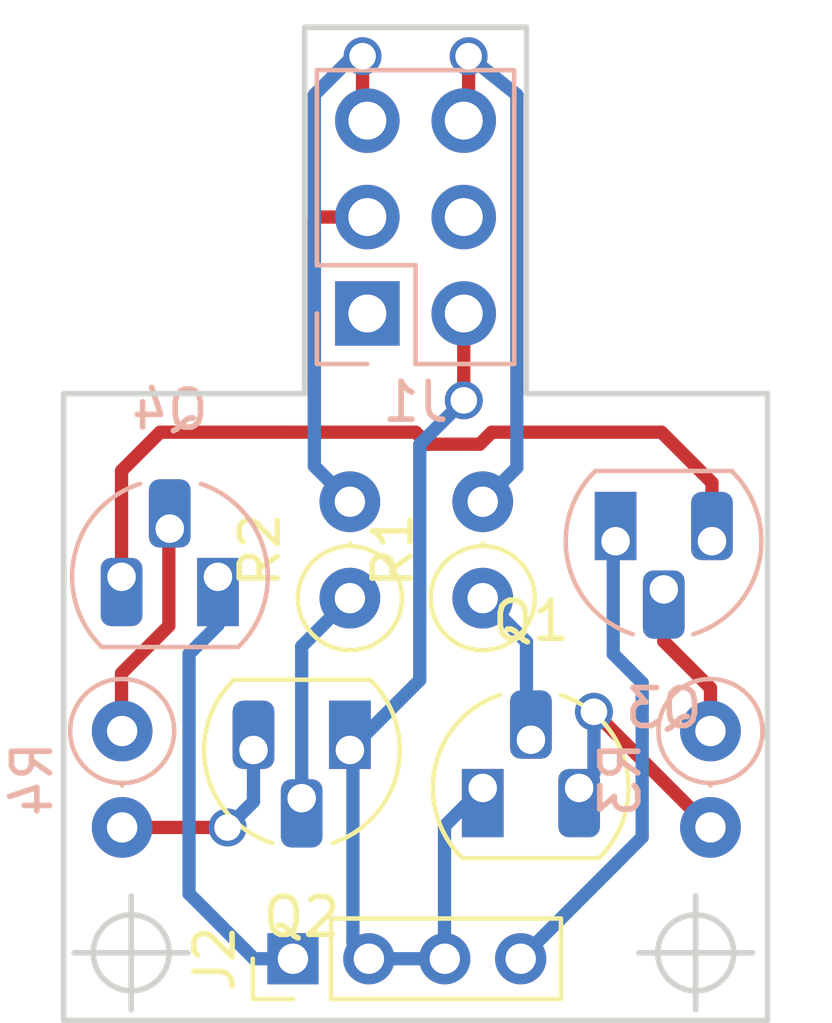
<source format=kicad_pcb>
(kicad_pcb (version 20171130) (host pcbnew "(5.0.0-rc2-58-gfc71fc647)")

  (general
    (thickness 1.5)
    (drawings 11)
    (tracks 76)
    (zones 0)
    (modules 10)
    (nets 15)
  )

  (page User 150.012 150.012)
  (title_block
    (title "5V RAMPS FAN PWM")
    (date 2019-04-22)
    (rev 1.0.0)
  )

  (layers
    (0 F.Cu signal)
    (31 B.Cu signal)
    (34 B.Paste user)
    (35 F.Paste user)
    (36 B.SilkS user)
    (37 F.SilkS user hide)
    (38 B.Mask user)
    (39 F.Mask user hide)
    (44 Edge.Cuts user)
    (45 Margin user)
    (46 B.CrtYd user)
    (47 F.CrtYd user)
    (48 B.Fab user)
    (49 F.Fab user hide)
  )

  (setup
    (last_trace_width 0.35)
    (trace_clearance 0.2)
    (zone_clearance 0.508)
    (zone_45_only no)
    (trace_min 0.2)
    (segment_width 0.2)
    (edge_width 0.15)
    (via_size 1)
    (via_drill 0.7)
    (via_min_size 0.4)
    (via_min_drill 0.3)
    (uvia_size 0.3)
    (uvia_drill 0.1)
    (uvias_allowed no)
    (uvia_min_size 0.2)
    (uvia_min_drill 0.1)
    (pcb_text_width 0.3)
    (pcb_text_size 1.5 1.5)
    (mod_edge_width 0.15)
    (mod_text_size 1 1)
    (mod_text_width 0.15)
    (pad_size 1.1 1.8)
    (pad_drill 0.75)
    (pad_to_mask_clearance 0.2)
    (aux_axis_origin 0 0)
    (visible_elements FFFFFF7F)
    (pcbplotparams
      (layerselection 0x00000_7fffffff)
      (usegerberextensions false)
      (usegerberattributes false)
      (usegerberadvancedattributes false)
      (creategerberjobfile false)
      (excludeedgelayer true)
      (linewidth 0.100000)
      (plotframeref true)
      (viasonmask false)
      (mode 1)
      (useauxorigin false)
      (hpglpennumber 1)
      (hpglpenspeed 20)
      (hpglpendiameter 15.000000)
      (psnegative false)
      (psa4output false)
      (plotreference true)
      (plotvalue true)
      (plotinvisibletext false)
      (padsonsilk false)
      (subtractmaskfromsilk false)
      (outputformat 4)
      (mirror true)
      (drillshape 1)
      (scaleselection 1)
      (outputdirectory ""))
  )

  (net 0 "")
  (net 1 "Net-(Q1-Pad2)")
  (net 2 "Net-(J1-Pad6)")
  (net 3 "Net-(J1-Pad5)")
  (net 4 "Net-(Q2-Pad2)")
  (net 5 "Net-(Q3-Pad2)")
  (net 6 "Net-(Q1-Pad3)")
  (net 7 "Net-(Q2-Pad3)")
  (net 8 "Net-(Q4-Pad2)")
  (net 9 "Net-(J1-Pad2)")
  (net 10 "Net-(J1-Pad3)")
  (net 11 "Net-(J2-Pad4)")
  (net 12 "Net-(J2-Pad1)")
  (net 13 "Net-(J1-Pad1)")
  (net 14 "Net-(J1-Pad4)")

  (net_class Default "This is the default net class."
    (clearance 0.2)
    (trace_width 0.35)
    (via_dia 1)
    (via_drill 0.7)
    (uvia_dia 0.3)
    (uvia_drill 0.1)
    (add_net "Net-(J1-Pad1)")
    (add_net "Net-(J1-Pad2)")
    (add_net "Net-(J1-Pad3)")
    (add_net "Net-(J1-Pad4)")
    (add_net "Net-(J1-Pad5)")
    (add_net "Net-(J1-Pad6)")
    (add_net "Net-(J2-Pad1)")
    (add_net "Net-(J2-Pad4)")
    (add_net "Net-(Q1-Pad2)")
    (add_net "Net-(Q1-Pad3)")
    (add_net "Net-(Q2-Pad2)")
    (add_net "Net-(Q2-Pad3)")
    (add_net "Net-(Q3-Pad2)")
    (add_net "Net-(Q4-Pad2)")
  )

  (module Package_TO_SOT_THT:TO-92_HandSolder (layer B.Cu) (tedit 5A282C46) (tstamp 5CBF4460)
    (at 68.326 64.008 180)
    (descr "TO-92 leads molded, narrow, drill 0.75mm, handsoldering variant with enlarged pads (see NXP sot054_po.pdf)")
    (tags "to-92 sc-43 sc-43a sot54 PA33 transistor")
    (path /5CBE074C)
    (fp_text reference Q4 (at 1.27 4.4 180) (layer B.SilkS)
      (effects (font (size 1 1) (thickness 0.15)) (justify mirror))
    )
    (fp_text value 2N3906 (at 1.27 -2.79 180) (layer B.Fab)
      (effects (font (size 1 1) (thickness 0.15)) (justify mirror))
    )
    (fp_text user %R (at 1.27 4.4 180) (layer B.Fab)
      (effects (font (size 1 1) (thickness 0.15)) (justify mirror))
    )
    (fp_line (start -0.53 -1.85) (end 3.07 -1.85) (layer B.SilkS) (width 0.12))
    (fp_line (start -0.5 -1.75) (end 3 -1.75) (layer B.Fab) (width 0.1))
    (fp_line (start -1.46 3.05) (end 4 3.05) (layer B.CrtYd) (width 0.05))
    (fp_line (start -1.45 3.05) (end -1.46 -2.01) (layer B.CrtYd) (width 0.05))
    (fp_line (start 4 -2.01) (end 4 3.05) (layer B.CrtYd) (width 0.05))
    (fp_line (start 4 -2.01) (end -1.46 -2.01) (layer B.CrtYd) (width 0.05))
    (fp_arc (start 1.27 0) (end 1.27 2.48) (angle -135) (layer B.Fab) (width 0.1))
    (fp_arc (start 1.27 0) (end 0.45 2.45) (angle 116.9632683) (layer B.SilkS) (width 0.12))
    (fp_arc (start 1.27 0) (end 1.27 2.48) (angle 135) (layer B.Fab) (width 0.1))
    (fp_arc (start 1.27 0) (end 2.05 2.45) (angle -117.6433766) (layer B.SilkS) (width 0.12))
    (pad 2 thru_hole roundrect (at 1.27 1.27 180) (size 1.1 1.8) (drill 0.75 (offset 0 0.4)) (layers *.Cu *.Mask) (roundrect_rratio 0.25)
      (net 8 "Net-(Q4-Pad2)"))
    (pad 3 thru_hole roundrect (at 2.54 0 180) (size 1.1 1.8) (drill 0.75 (offset 0 -0.4)) (layers *.Cu *.Mask) (roundrect_rratio 0.25)
      (net 10 "Net-(J1-Pad3)"))
    (pad 1 thru_hole rect (at 0 0 180) (size 1.1 1.8) (drill 0.75 (offset 0 -0.4)) (layers *.Cu *.Mask)
      (net 12 "Net-(J2-Pad1)"))
    (model ${KISYS3DMOD}/Package_TO_SOT_THT.3dshapes/TO-92.wrl
      (at (xyz 0 0 0))
      (scale (xyz 1 1 1))
      (rotate (xyz 0 0 0))
    )
  )

  (module Connector_PinHeader_2.00mm:PinHeader_1x04_P2.00mm_Vertical (layer F.Cu) (tedit 59FED667) (tstamp 5CD63B1C)
    (at 70.302 74.07 90)
    (descr "Through hole straight pin header, 1x04, 2.00mm pitch, single row")
    (tags "Through hole pin header THT 1x04 2.00mm single row")
    (path /5CBB7A65)
    (fp_text reference J2 (at 0 -2.06 90) (layer F.SilkS)
      (effects (font (size 1 1) (thickness 0.15)))
    )
    (fp_text value Conn_01x04_Male (at 0 8.06 90) (layer F.Fab)
      (effects (font (size 1 1) (thickness 0.15)))
    )
    (fp_line (start -0.5 -1) (end 1 -1) (layer F.Fab) (width 0.1))
    (fp_line (start 1 -1) (end 1 7) (layer F.Fab) (width 0.1))
    (fp_line (start 1 7) (end -1 7) (layer F.Fab) (width 0.1))
    (fp_line (start -1 7) (end -1 -0.5) (layer F.Fab) (width 0.1))
    (fp_line (start -1 -0.5) (end -0.5 -1) (layer F.Fab) (width 0.1))
    (fp_line (start -1.06 7.06) (end 1.06 7.06) (layer F.SilkS) (width 0.12))
    (fp_line (start -1.06 1) (end -1.06 7.06) (layer F.SilkS) (width 0.12))
    (fp_line (start 1.06 1) (end 1.06 7.06) (layer F.SilkS) (width 0.12))
    (fp_line (start -1.06 1) (end 1.06 1) (layer F.SilkS) (width 0.12))
    (fp_line (start -1.06 0) (end -1.06 -1.06) (layer F.SilkS) (width 0.12))
    (fp_line (start -1.06 -1.06) (end 0 -1.06) (layer F.SilkS) (width 0.12))
    (fp_line (start -1.5 -1.5) (end -1.5 7.5) (layer F.CrtYd) (width 0.05))
    (fp_line (start -1.5 7.5) (end 1.5 7.5) (layer F.CrtYd) (width 0.05))
    (fp_line (start 1.5 7.5) (end 1.5 -1.5) (layer F.CrtYd) (width 0.05))
    (fp_line (start 1.5 -1.5) (end -1.5 -1.5) (layer F.CrtYd) (width 0.05))
    (fp_text user %R (at 0 3 180) (layer F.Fab)
      (effects (font (size 1 1) (thickness 0.15)))
    )
    (pad 1 thru_hole rect (at 0 0 90) (size 1.35 1.35) (drill 0.8) (layers *.Cu *.Mask)
      (net 12 "Net-(J2-Pad1)"))
    (pad 2 thru_hole oval (at 0 2 90) (size 1.35 1.35) (drill 0.8) (layers *.Cu *.Mask)
      (net 9 "Net-(J1-Pad2)"))
    (pad 3 thru_hole oval (at 0 4 90) (size 1.35 1.35) (drill 0.8) (layers *.Cu *.Mask)
      (net 9 "Net-(J1-Pad2)"))
    (pad 4 thru_hole oval (at 0 6 90) (size 1.35 1.35) (drill 0.8) (layers *.Cu *.Mask)
      (net 11 "Net-(J2-Pad4)"))
    (model ${KISYS3DMOD}/Connector_PinHeader_2.00mm.3dshapes/PinHeader_1x04_P2.00mm_Vertical.wrl
      (at (xyz 0 0 0))
      (scale (xyz 1 1 1))
      (rotate (xyz 0 0 0))
    )
  )

  (module Connector_PinHeader_2.54mm:PinHeader_2x03_P2.54mm_Vertical (layer B.Cu) (tedit 59FED5CC) (tstamp 5CD63B04)
    (at 72.262 57.07)
    (descr "Through hole straight pin header, 2x03, 2.54mm pitch, double rows")
    (tags "Through hole pin header THT 2x03 2.54mm double row")
    (path /5CBE3D75)
    (fp_text reference J1 (at 1.27 2.33) (layer B.SilkS)
      (effects (font (size 1 1) (thickness 0.15)) (justify mirror))
    )
    (fp_text value Conn_02x03_Odd_Even (at 1.27 -7.41) (layer B.Fab)
      (effects (font (size 1 1) (thickness 0.15)) (justify mirror))
    )
    (fp_line (start 0 1.27) (end 3.81 1.27) (layer B.Fab) (width 0.1))
    (fp_line (start 3.81 1.27) (end 3.81 -6.35) (layer B.Fab) (width 0.1))
    (fp_line (start 3.81 -6.35) (end -1.27 -6.35) (layer B.Fab) (width 0.1))
    (fp_line (start -1.27 -6.35) (end -1.27 0) (layer B.Fab) (width 0.1))
    (fp_line (start -1.27 0) (end 0 1.27) (layer B.Fab) (width 0.1))
    (fp_line (start -1.33 -6.41) (end 3.87 -6.41) (layer B.SilkS) (width 0.12))
    (fp_line (start -1.33 -1.27) (end -1.33 -6.41) (layer B.SilkS) (width 0.12))
    (fp_line (start 3.87 1.33) (end 3.87 -6.41) (layer B.SilkS) (width 0.12))
    (fp_line (start -1.33 -1.27) (end 1.27 -1.27) (layer B.SilkS) (width 0.12))
    (fp_line (start 1.27 -1.27) (end 1.27 1.33) (layer B.SilkS) (width 0.12))
    (fp_line (start 1.27 1.33) (end 3.87 1.33) (layer B.SilkS) (width 0.12))
    (fp_line (start -1.33 0) (end -1.33 1.33) (layer B.SilkS) (width 0.12))
    (fp_line (start -1.33 1.33) (end 0 1.33) (layer B.SilkS) (width 0.12))
    (fp_line (start -1.8 1.8) (end -1.8 -6.85) (layer B.CrtYd) (width 0.05))
    (fp_line (start -1.8 -6.85) (end 4.35 -6.85) (layer B.CrtYd) (width 0.05))
    (fp_line (start 4.35 -6.85) (end 4.35 1.8) (layer B.CrtYd) (width 0.05))
    (fp_line (start 4.35 1.8) (end -1.8 1.8) (layer B.CrtYd) (width 0.05))
    (fp_text user %R (at 1.27 -2.54 -90) (layer B.Fab)
      (effects (font (size 1 1) (thickness 0.15)) (justify mirror))
    )
    (pad 1 thru_hole rect (at 0 0) (size 1.7 1.7) (drill 1) (layers *.Cu *.Mask)
      (net 13 "Net-(J1-Pad1)"))
    (pad 2 thru_hole oval (at 2.54 0) (size 1.7 1.7) (drill 1) (layers *.Cu *.Mask)
      (net 9 "Net-(J1-Pad2)"))
    (pad 3 thru_hole oval (at 0 -2.54) (size 1.7 1.7) (drill 1) (layers *.Cu *.Mask)
      (net 10 "Net-(J1-Pad3)"))
    (pad 4 thru_hole oval (at 2.54 -2.54) (size 1.7 1.7) (drill 1) (layers *.Cu *.Mask)
      (net 14 "Net-(J1-Pad4)"))
    (pad 5 thru_hole oval (at 0 -5.08) (size 1.7 1.7) (drill 1) (layers *.Cu *.Mask)
      (net 3 "Net-(J1-Pad5)"))
    (pad 6 thru_hole oval (at 2.54 -5.08) (size 1.7 1.7) (drill 1) (layers *.Cu *.Mask)
      (net 2 "Net-(J1-Pad6)"))
    (model ${KISYS3DMOD}/Connector_PinHeader_2.54mm.3dshapes/PinHeader_2x03_P2.54mm_Vertical.wrl
      (at (xyz 0 0 0))
      (scale (xyz 1 1 1))
      (rotate (xyz 0 0 0))
    )
  )

  (module Package_TO_SOT_THT:TO-92_HandSolder (layer B.Cu) (tedit 5A282C46) (tstamp 5CBF3967)
    (at 78.802 63.07)
    (descr "TO-92 leads molded, narrow, drill 0.75mm, handsoldering variant with enlarged pads (see NXP sot054_po.pdf)")
    (tags "to-92 sc-43 sc-43a sot54 PA33 transistor")
    (path /5CBB7228)
    (fp_text reference Q3 (at 1.27 4.4) (layer B.SilkS)
      (effects (font (size 1 1) (thickness 0.15)) (justify mirror))
    )
    (fp_text value 2N3906 (at 1.27 -2.79) (layer B.Fab)
      (effects (font (size 1 1) (thickness 0.15)) (justify mirror))
    )
    (fp_text user %R (at 1.27 4.4) (layer B.Fab)
      (effects (font (size 1 1) (thickness 0.15)) (justify mirror))
    )
    (fp_line (start -0.53 -1.85) (end 3.07 -1.85) (layer B.SilkS) (width 0.12))
    (fp_line (start -0.5 -1.75) (end 3 -1.75) (layer B.Fab) (width 0.1))
    (fp_line (start -1.46 3.05) (end 4 3.05) (layer B.CrtYd) (width 0.05))
    (fp_line (start -1.45 3.05) (end -1.46 -2.01) (layer B.CrtYd) (width 0.05))
    (fp_line (start 4 -2.01) (end 4 3.05) (layer B.CrtYd) (width 0.05))
    (fp_line (start 4 -2.01) (end -1.46 -2.01) (layer B.CrtYd) (width 0.05))
    (fp_arc (start 1.27 0) (end 1.27 2.48) (angle -135) (layer B.Fab) (width 0.1))
    (fp_arc (start 1.27 0) (end 0.45 2.45) (angle 116.9632683) (layer B.SilkS) (width 0.12))
    (fp_arc (start 1.27 0) (end 1.27 2.48) (angle 135) (layer B.Fab) (width 0.1))
    (fp_arc (start 1.27 0) (end 2.05 2.45) (angle -117.6433766) (layer B.SilkS) (width 0.12))
    (pad 2 thru_hole roundrect (at 1.27 1.27) (size 1.1 1.8) (drill 0.75 (offset 0 0.4)) (layers *.Cu *.Mask) (roundrect_rratio 0.25)
      (net 5 "Net-(Q3-Pad2)"))
    (pad 3 thru_hole roundrect (at 2.54 0) (size 1.1 1.8) (drill 0.75 (offset 0 -0.4)) (layers *.Cu *.Mask) (roundrect_rratio 0.25)
      (net 10 "Net-(J1-Pad3)"))
    (pad 1 thru_hole rect (at 0 0) (size 1.1 1.8) (drill 0.75 (offset 0 -0.4)) (layers *.Cu *.Mask)
      (net 11 "Net-(J2-Pad4)"))
    (model ${KISYS3DMOD}/Package_TO_SOT_THT.3dshapes/TO-92.wrl
      (at (xyz 0 0 0))
      (scale (xyz 1 1 1))
      (rotate (xyz 0 0 0))
    )
  )

  (module Package_TO_SOT_THT:TO-92_HandSolder (layer F.Cu) (tedit 5A282C46) (tstamp 5CD63AC4)
    (at 71.802 68.57 180)
    (descr "TO-92 leads molded, narrow, drill 0.75mm, handsoldering variant with enlarged pads (see NXP sot054_po.pdf)")
    (tags "to-92 sc-43 sc-43a sot54 PA33 transistor")
    (path /5CBE07A2)
    (fp_text reference Q2 (at 1.27 -4.4 180) (layer F.SilkS)
      (effects (font (size 1 1) (thickness 0.15)))
    )
    (fp_text value 2N3904 (at 1.27 2.79 180) (layer F.Fab)
      (effects (font (size 1 1) (thickness 0.15)))
    )
    (fp_arc (start 1.27 0) (end 2.05 -2.45) (angle 117.6433766) (layer F.SilkS) (width 0.12))
    (fp_arc (start 1.27 0) (end 1.27 -2.48) (angle -135) (layer F.Fab) (width 0.1))
    (fp_arc (start 1.27 0) (end 0.45 -2.45) (angle -116.9632683) (layer F.SilkS) (width 0.12))
    (fp_arc (start 1.27 0) (end 1.27 -2.48) (angle 135) (layer F.Fab) (width 0.1))
    (fp_line (start 4 2.01) (end -1.46 2.01) (layer F.CrtYd) (width 0.05))
    (fp_line (start 4 2.01) (end 4 -3.05) (layer F.CrtYd) (width 0.05))
    (fp_line (start -1.45 -3.05) (end -1.46 2.01) (layer F.CrtYd) (width 0.05))
    (fp_line (start -1.46 -3.05) (end 4 -3.05) (layer F.CrtYd) (width 0.05))
    (fp_line (start -0.5 1.75) (end 3 1.75) (layer F.Fab) (width 0.1))
    (fp_line (start -0.53 1.85) (end 3.07 1.85) (layer F.SilkS) (width 0.12))
    (fp_text user %R (at 1.27 -4.4 180) (layer F.Fab)
      (effects (font (size 1 1) (thickness 0.15)))
    )
    (pad 1 thru_hole rect (at 0 0 180) (size 1.1 1.8) (drill 0.75 (offset 0 0.4)) (layers *.Cu *.Mask)
      (net 9 "Net-(J1-Pad2)"))
    (pad 3 thru_hole roundrect (at 2.54 0 180) (size 1.1 1.8) (drill 0.75 (offset 0 0.4)) (layers *.Cu *.Mask) (roundrect_rratio 0.25)
      (net 7 "Net-(Q2-Pad3)"))
    (pad 2 thru_hole roundrect (at 1.27 -1.27 180) (size 1.1 1.8) (drill 0.75 (offset 0 -0.4)) (layers *.Cu *.Mask) (roundrect_rratio 0.25)
      (net 4 "Net-(Q2-Pad2)"))
    (model ${KISYS3DMOD}/Package_TO_SOT_THT.3dshapes/TO-92.wrl
      (at (xyz 0 0 0))
      (scale (xyz 1 1 1))
      (rotate (xyz 0 0 0))
    )
  )

  (module Package_TO_SOT_THT:TO-92_HandSolder (layer F.Cu) (tedit 5A282C46) (tstamp 5CD63AB2)
    (at 75.302 69.57)
    (descr "TO-92 leads molded, narrow, drill 0.75mm, handsoldering variant with enlarged pads (see NXP sot054_po.pdf)")
    (tags "to-92 sc-43 sc-43a sot54 PA33 transistor")
    (path /5CBB70FD)
    (fp_text reference Q1 (at 1.27 -4.4) (layer F.SilkS)
      (effects (font (size 1 1) (thickness 0.15)))
    )
    (fp_text value 2N3904 (at 1.27 2.79) (layer F.Fab)
      (effects (font (size 1 1) (thickness 0.15)))
    )
    (fp_text user %R (at 1.27 -4.4) (layer F.Fab)
      (effects (font (size 1 1) (thickness 0.15)))
    )
    (fp_line (start -0.53 1.85) (end 3.07 1.85) (layer F.SilkS) (width 0.12))
    (fp_line (start -0.5 1.75) (end 3 1.75) (layer F.Fab) (width 0.1))
    (fp_line (start -1.46 -3.05) (end 4 -3.05) (layer F.CrtYd) (width 0.05))
    (fp_line (start -1.45 -3.05) (end -1.46 2.01) (layer F.CrtYd) (width 0.05))
    (fp_line (start 4 2.01) (end 4 -3.05) (layer F.CrtYd) (width 0.05))
    (fp_line (start 4 2.01) (end -1.46 2.01) (layer F.CrtYd) (width 0.05))
    (fp_arc (start 1.27 0) (end 1.27 -2.48) (angle 135) (layer F.Fab) (width 0.1))
    (fp_arc (start 1.27 0) (end 0.45 -2.45) (angle -116.9632683) (layer F.SilkS) (width 0.12))
    (fp_arc (start 1.27 0) (end 1.27 -2.48) (angle -135) (layer F.Fab) (width 0.1))
    (fp_arc (start 1.27 0) (end 2.05 -2.45) (angle 117.6433766) (layer F.SilkS) (width 0.12))
    (pad 2 thru_hole roundrect (at 1.27 -1.27) (size 1.1 1.8) (drill 0.75 (offset 0 -0.4)) (layers *.Cu *.Mask) (roundrect_rratio 0.25)
      (net 1 "Net-(Q1-Pad2)"))
    (pad 3 thru_hole roundrect (at 2.54 0) (size 1.1 1.8) (drill 0.75 (offset 0 0.4)) (layers *.Cu *.Mask) (roundrect_rratio 0.25)
      (net 6 "Net-(Q1-Pad3)"))
    (pad 1 thru_hole rect (at 0 0) (size 1.1 1.8) (drill 0.75 (offset 0 0.4)) (layers *.Cu *.Mask)
      (net 9 "Net-(J1-Pad2)"))
    (model ${KISYS3DMOD}/Package_TO_SOT_THT.3dshapes/TO-92.wrl
      (at (xyz 0 0 0))
      (scale (xyz 1 1 1))
      (rotate (xyz 0 0 0))
    )
  )

  (module Resistor_THT:R_Axial_DIN0207_L6.3mm_D2.5mm_P2.54mm_Vertical (layer B.Cu) (tedit 5AE5139B) (tstamp 5CD63AA0)
    (at 65.802 68.07 270)
    (descr "Resistor, Axial_DIN0207 series, Axial, Vertical, pin pitch=2.54mm, 0.25W = 1/4W, length*diameter=6.3*2.5mm^2, http://cdn-reichelt.de/documents/datenblatt/B400/1_4W%23YAG.pdf")
    (tags "Resistor Axial_DIN0207 series Axial Vertical pin pitch 2.54mm 0.25W = 1/4W length 6.3mm diameter 2.5mm")
    (path /5CBE06EC)
    (fp_text reference R4 (at 1.27 2.37 270) (layer B.SilkS)
      (effects (font (size 1 1) (thickness 0.15)) (justify mirror))
    )
    (fp_text value 100 (at 1.27 -2.37 270) (layer B.Fab)
      (effects (font (size 1 1) (thickness 0.15)) (justify mirror))
    )
    (fp_text user %R (at 1.27 2.37 270) (layer B.Fab)
      (effects (font (size 1 1) (thickness 0.15)) (justify mirror))
    )
    (fp_line (start 3.59 1.5) (end -1.5 1.5) (layer B.CrtYd) (width 0.05))
    (fp_line (start 3.59 -1.5) (end 3.59 1.5) (layer B.CrtYd) (width 0.05))
    (fp_line (start -1.5 -1.5) (end 3.59 -1.5) (layer B.CrtYd) (width 0.05))
    (fp_line (start -1.5 1.5) (end -1.5 -1.5) (layer B.CrtYd) (width 0.05))
    (fp_line (start 1.37 0) (end 1.44 0) (layer B.SilkS) (width 0.12))
    (fp_line (start 0 0) (end 2.54 0) (layer B.Fab) (width 0.1))
    (fp_circle (center 0 0) (end 1.37 0) (layer B.SilkS) (width 0.12))
    (fp_circle (center 0 0) (end 1.25 0) (layer B.Fab) (width 0.1))
    (pad 2 thru_hole oval (at 2.54 0 270) (size 1.6 1.6) (drill 0.8) (layers *.Cu *.Mask)
      (net 7 "Net-(Q2-Pad3)"))
    (pad 1 thru_hole circle (at 0 0 270) (size 1.6 1.6) (drill 0.8) (layers *.Cu *.Mask)
      (net 8 "Net-(Q4-Pad2)"))
    (model ${KISYS3DMOD}/Resistor_THT.3dshapes/R_Axial_DIN0207_L6.3mm_D2.5mm_P2.54mm_Vertical.wrl
      (at (xyz 0 0 0))
      (scale (xyz 1 1 1))
      (rotate (xyz 0 0 0))
    )
  )

  (module Resistor_THT:R_Axial_DIN0207_L6.3mm_D2.5mm_P2.54mm_Vertical (layer B.Cu) (tedit 5AE5139B) (tstamp 5CD63F93)
    (at 81.302 68.07 270)
    (descr "Resistor, Axial_DIN0207 series, Axial, Vertical, pin pitch=2.54mm, 0.25W = 1/4W, length*diameter=6.3*2.5mm^2, http://cdn-reichelt.de/documents/datenblatt/B400/1_4W%23YAG.pdf")
    (tags "Resistor Axial_DIN0207 series Axial Vertical pin pitch 2.54mm 0.25W = 1/4W length 6.3mm diameter 2.5mm")
    (path /5CBB7396)
    (fp_text reference R3 (at 1.27 2.37 270) (layer B.SilkS)
      (effects (font (size 1 1) (thickness 0.15)) (justify mirror))
    )
    (fp_text value 100 (at 1.27 -2.37 270) (layer B.Fab)
      (effects (font (size 1 1) (thickness 0.15)) (justify mirror))
    )
    (fp_circle (center 0 0) (end 1.25 0) (layer B.Fab) (width 0.1))
    (fp_circle (center 0 0) (end 1.37 0) (layer B.SilkS) (width 0.12))
    (fp_line (start 0 0) (end 2.54 0) (layer B.Fab) (width 0.1))
    (fp_line (start 1.37 0) (end 1.44 0) (layer B.SilkS) (width 0.12))
    (fp_line (start -1.5 1.5) (end -1.5 -1.5) (layer B.CrtYd) (width 0.05))
    (fp_line (start -1.5 -1.5) (end 3.59 -1.5) (layer B.CrtYd) (width 0.05))
    (fp_line (start 3.59 -1.5) (end 3.59 1.5) (layer B.CrtYd) (width 0.05))
    (fp_line (start 3.59 1.5) (end -1.5 1.5) (layer B.CrtYd) (width 0.05))
    (fp_text user %R (at 1.27 2.37 270) (layer B.Fab)
      (effects (font (size 1 1) (thickness 0.15)) (justify mirror))
    )
    (pad 1 thru_hole circle (at 0 0 270) (size 1.6 1.6) (drill 0.8) (layers *.Cu *.Mask)
      (net 5 "Net-(Q3-Pad2)"))
    (pad 2 thru_hole oval (at 2.54 0 270) (size 1.6 1.6) (drill 0.8) (layers *.Cu *.Mask)
      (net 6 "Net-(Q1-Pad3)"))
    (model ${KISYS3DMOD}/Resistor_THT.3dshapes/R_Axial_DIN0207_L6.3mm_D2.5mm_P2.54mm_Vertical.wrl
      (at (xyz 0 0 0))
      (scale (xyz 1 1 1))
      (rotate (xyz 0 0 0))
    )
  )

  (module Resistor_THT:R_Axial_DIN0207_L6.3mm_D2.5mm_P2.54mm_Vertical (layer F.Cu) (tedit 5AE5139B) (tstamp 5CD63A82)
    (at 71.802 64.57 90)
    (descr "Resistor, Axial_DIN0207 series, Axial, Vertical, pin pitch=2.54mm, 0.25W = 1/4W, length*diameter=6.3*2.5mm^2, http://cdn-reichelt.de/documents/datenblatt/B400/1_4W%23YAG.pdf")
    (tags "Resistor Axial_DIN0207 series Axial Vertical pin pitch 2.54mm 0.25W = 1/4W length 6.3mm diameter 2.5mm")
    (path /5CBE0932)
    (fp_text reference R2 (at 1.27 -2.37 90) (layer F.SilkS)
      (effects (font (size 1 1) (thickness 0.15)))
    )
    (fp_text value 1k (at 1.27 2.37 90) (layer F.Fab)
      (effects (font (size 1 1) (thickness 0.15)))
    )
    (fp_text user %R (at 1.27 -2.37 90) (layer F.Fab)
      (effects (font (size 1 1) (thickness 0.15)))
    )
    (fp_line (start 3.59 -1.5) (end -1.5 -1.5) (layer F.CrtYd) (width 0.05))
    (fp_line (start 3.59 1.5) (end 3.59 -1.5) (layer F.CrtYd) (width 0.05))
    (fp_line (start -1.5 1.5) (end 3.59 1.5) (layer F.CrtYd) (width 0.05))
    (fp_line (start -1.5 -1.5) (end -1.5 1.5) (layer F.CrtYd) (width 0.05))
    (fp_line (start 1.37 0) (end 1.44 0) (layer F.SilkS) (width 0.12))
    (fp_line (start 0 0) (end 2.54 0) (layer F.Fab) (width 0.1))
    (fp_circle (center 0 0) (end 1.37 0) (layer F.SilkS) (width 0.12))
    (fp_circle (center 0 0) (end 1.25 0) (layer F.Fab) (width 0.1))
    (pad 2 thru_hole oval (at 2.54 0 90) (size 1.6 1.6) (drill 0.8) (layers *.Cu *.Mask)
      (net 3 "Net-(J1-Pad5)"))
    (pad 1 thru_hole circle (at 0 0 90) (size 1.6 1.6) (drill 0.8) (layers *.Cu *.Mask)
      (net 4 "Net-(Q2-Pad2)"))
    (model ${KISYS3DMOD}/Resistor_THT.3dshapes/R_Axial_DIN0207_L6.3mm_D2.5mm_P2.54mm_Vertical.wrl
      (at (xyz 0 0 0))
      (scale (xyz 1 1 1))
      (rotate (xyz 0 0 0))
    )
  )

  (module Resistor_THT:R_Axial_DIN0207_L6.3mm_D2.5mm_P2.54mm_Vertical (layer F.Cu) (tedit 5AE5139B) (tstamp 5CD63A73)
    (at 75.302 64.57 90)
    (descr "Resistor, Axial_DIN0207 series, Axial, Vertical, pin pitch=2.54mm, 0.25W = 1/4W, length*diameter=6.3*2.5mm^2, http://cdn-reichelt.de/documents/datenblatt/B400/1_4W%23YAG.pdf")
    (tags "Resistor Axial_DIN0207 series Axial Vertical pin pitch 2.54mm 0.25W = 1/4W length 6.3mm diameter 2.5mm")
    (path /5CBB746F)
    (fp_text reference R1 (at 1.27 -2.37 90) (layer F.SilkS)
      (effects (font (size 1 1) (thickness 0.15)))
    )
    (fp_text value 1k (at 1.27 2.37 90) (layer F.Fab)
      (effects (font (size 1 1) (thickness 0.15)))
    )
    (fp_circle (center 0 0) (end 1.25 0) (layer F.Fab) (width 0.1))
    (fp_circle (center 0 0) (end 1.37 0) (layer F.SilkS) (width 0.12))
    (fp_line (start 0 0) (end 2.54 0) (layer F.Fab) (width 0.1))
    (fp_line (start 1.37 0) (end 1.44 0) (layer F.SilkS) (width 0.12))
    (fp_line (start -1.5 -1.5) (end -1.5 1.5) (layer F.CrtYd) (width 0.05))
    (fp_line (start -1.5 1.5) (end 3.59 1.5) (layer F.CrtYd) (width 0.05))
    (fp_line (start 3.59 1.5) (end 3.59 -1.5) (layer F.CrtYd) (width 0.05))
    (fp_line (start 3.59 -1.5) (end -1.5 -1.5) (layer F.CrtYd) (width 0.05))
    (fp_text user %R (at 1.27 -2.37 90) (layer F.Fab)
      (effects (font (size 1 1) (thickness 0.15)))
    )
    (pad 1 thru_hole circle (at 0 0 90) (size 1.6 1.6) (drill 0.8) (layers *.Cu *.Mask)
      (net 1 "Net-(Q1-Pad2)"))
    (pad 2 thru_hole oval (at 2.54 0 90) (size 1.6 1.6) (drill 0.8) (layers *.Cu *.Mask)
      (net 2 "Net-(J1-Pad6)"))
    (model ${KISYS3DMOD}/Resistor_THT.3dshapes/R_Axial_DIN0207_L6.3mm_D2.5mm_P2.54mm_Vertical.wrl
      (at (xyz 0 0 0))
      (scale (xyz 1 1 1))
      (rotate (xyz 0 0 0))
    )
  )

  (gr_line (start 70.612 59.182) (end 70.612 49.53) (layer Edge.Cuts) (width 0.15) (tstamp 5CBF489B))
  (target plus (at 80.912912 73.914) (size 3) (width 0.15) (layer Edge.Cuts) (tstamp 5CBF382A))
  (target plus (at 66.04 73.914) (size 3) (width 0.15) (layer Edge.Cuts) (tstamp 5CBF3826))
  (gr_line (start 64.262 59.182) (end 64.262 75.692) (layer Edge.Cuts) (width 0.15))
  (gr_line (start 70.612 59.182) (end 64.262 59.182) (layer Edge.Cuts) (width 0.15))
  (gr_line (start 76.454 49.53) (end 70.612 49.53) (layer Edge.Cuts) (width 0.15))
  (gr_line (start 76.454 59.182) (end 76.454 49.53) (layer Edge.Cuts) (width 0.15))
  (gr_line (start 76.708 59.182) (end 76.454 59.182) (layer Edge.Cuts) (width 0.15))
  (gr_line (start 82.804 59.182) (end 76.708 59.182) (layer Edge.Cuts) (width 0.15))
  (gr_line (start 82.804 75.692) (end 82.804 59.182) (layer Edge.Cuts) (width 0.15))
  (gr_line (start 64.262 75.692) (end 82.804 75.692) (layer Edge.Cuts) (width 0.15))

  (segment (start 76.454 68.182) (end 76.572 68.3) (width 0.35) (layer B.Cu) (net 1))
  (segment (start 76.454 65.722) (end 76.454 68.182) (width 0.35) (layer B.Cu) (net 1))
  (segment (start 75.302 64.57) (end 76.454 65.722) (width 0.35) (layer B.Cu) (net 1))
  (via (at 74.93 50.292) (size 1) (drill 0.7) (layers F.Cu B.Cu) (net 2))
  (segment (start 74.93 50.292) (end 74.930002 51.861998) (width 0.35) (layer F.Cu) (net 2) (status 20))
  (segment (start 76.2 51.308) (end 76.2 61.132) (width 0.35) (layer B.Cu) (net 2))
  (segment (start 74.930002 51.861998) (end 74.802 51.99) (width 0.35) (layer F.Cu) (net 2) (status 30))
  (segment (start 76.2 61.132) (end 75.302 62.03) (width 0.35) (layer B.Cu) (net 2) (status 20))
  (segment (start 74.93 50.292) (end 76.2 51.308) (width 0.35) (layer B.Cu) (net 2))
  (via (at 72.136 50.292) (size 1) (drill 0.7) (layers F.Cu B.Cu) (net 3))
  (segment (start 72.136 50.292) (end 72.136 51.864) (width 0.35) (layer F.Cu) (net 3) (status 20))
  (segment (start 72.136 51.864) (end 72.262 51.99) (width 0.35) (layer F.Cu) (net 3) (status 30))
  (segment (start 70.866 61.094) (end 71.802 62.03) (width 0.35) (layer B.Cu) (net 3) (status 20))
  (segment (start 70.866 51.308004) (end 70.866 61.094) (width 0.35) (layer B.Cu) (net 3))
  (segment (start 71.736001 50.438003) (end 70.866 51.308004) (width 0.35) (layer B.Cu) (net 3))
  (segment (start 72.136 50.292) (end 71.736001 50.438003) (width 0.35) (layer B.Cu) (net 3))
  (segment (start 70.532 65.84) (end 70.532 69.84) (width 0.35) (layer B.Cu) (net 4) (status 20))
  (segment (start 71.802 64.57) (end 70.532 65.84) (width 0.35) (layer B.Cu) (net 4) (status 10))
  (segment (start 81.302 66.93863) (end 80.072 65.70863) (width 0.35) (layer F.Cu) (net 5))
  (segment (start 80.072 65.70863) (end 80.072 64.34) (width 0.35) (layer F.Cu) (net 5) (status 20))
  (segment (start 81.302 68.07) (end 81.302 66.93863) (width 0.35) (layer F.Cu) (net 5) (status 10))
  (via (at 78.231999 67.563999) (size 1) (drill 0.7) (layers F.Cu B.Cu) (net 6))
  (segment (start 78.231999 69.180001) (end 78.231999 67.563999) (width 0.35) (layer B.Cu) (net 6) (status 10))
  (segment (start 77.842 69.57) (end 78.231999 69.180001) (width 0.35) (layer B.Cu) (net 6) (status 30))
  (segment (start 81.278 70.61) (end 81.302 70.61) (width 0.35) (layer F.Cu) (net 6) (status 30))
  (segment (start 78.231999 67.563999) (end 81.278 70.61) (width 0.35) (layer F.Cu) (net 6) (status 20))
  (segment (start 69.262 68.57) (end 69.262 69.929974) (width 0.35) (layer B.Cu) (net 7))
  (via (at 68.579974 70.612) (size 1) (drill 0.7) (layers F.Cu B.Cu) (net 7))
  (segment (start 69.262 69.929974) (end 69.079973 70.112001) (width 0.35) (layer B.Cu) (net 7))
  (segment (start 65.802 70.61) (end 68.577974 70.61) (width 0.35) (layer F.Cu) (net 7))
  (segment (start 69.079973 70.112001) (end 68.579974 70.612) (width 0.35) (layer B.Cu) (net 7))
  (segment (start 68.577974 70.61) (end 68.579974 70.612) (width 0.35) (layer F.Cu) (net 7))
  (segment (start 67.032 65.302) (end 67.032 62.3) (width 0.35) (layer F.Cu) (net 8))
  (segment (start 65.786 66.548) (end 67.032 65.302) (width 0.35) (layer F.Cu) (net 8))
  (segment (start 65.786 68.054) (end 65.786 66.548) (width 0.35) (layer F.Cu) (net 8))
  (segment (start 65.802 68.07) (end 65.786 68.054) (width 0.35) (layer F.Cu) (net 8))
  (segment (start 72.302 74.07) (end 74.302 74.07) (width 0.35) (layer B.Cu) (net 9) (status 30))
  (segment (start 74.802 57.07) (end 74.802 59.358796) (width 0.35) (layer F.Cu) (net 9) (status 10))
  (segment (start 73.642601 60.520203) (end 74.803004 59.3598) (width 0.35) (layer B.Cu) (net 9))
  (segment (start 74.802 59.358796) (end 74.803004 59.3598) (width 0.35) (layer F.Cu) (net 9))
  (segment (start 71.802 68.57) (end 73.642601 66.729399) (width 0.35) (layer B.Cu) (net 9) (status 10))
  (segment (start 73.642601 66.729399) (end 73.642601 60.520203) (width 0.35) (layer B.Cu) (net 9))
  (via (at 74.803004 59.3598) (size 1) (drill 0.7) (layers F.Cu B.Cu) (net 9))
  (segment (start 71.882 68.65) (end 71.802 68.57) (width 0.35) (layer B.Cu) (net 9))
  (segment (start 71.882 73.65) (end 71.882 68.65) (width 0.35) (layer B.Cu) (net 9))
  (segment (start 72.302 74.07) (end 71.882 73.65) (width 0.35) (layer B.Cu) (net 9))
  (segment (start 74.295 74.063) (end 74.302 74.07) (width 0.35) (layer B.Cu) (net 9))
  (segment (start 74.295 70.577) (end 74.295 74.063) (width 0.35) (layer B.Cu) (net 9))
  (segment (start 75.302 69.57) (end 74.295 70.577) (width 0.35) (layer B.Cu) (net 9))
  (segment (start 73.849202 60.514202) (end 73.533 60.198) (width 0.35) (layer F.Cu) (net 10))
  (segment (start 81.342 61.53) (end 80.01 60.198) (width 0.35) (layer F.Cu) (net 10))
  (segment (start 75.223002 60.514202) (end 73.849202 60.514202) (width 0.35) (layer F.Cu) (net 10))
  (segment (start 80.01 60.198) (end 75.539204 60.198) (width 0.35) (layer F.Cu) (net 10))
  (segment (start 81.342 63.07) (end 81.342 61.53) (width 0.35) (layer F.Cu) (net 10) (status 10))
  (segment (start 75.539204 60.198) (end 75.223002 60.514202) (width 0.35) (layer F.Cu) (net 10))
  (segment (start 66.802 60.198) (end 70.104 60.198) (width 0.35) (layer F.Cu) (net 10))
  (segment (start 65.786 61.214) (end 66.802 60.198) (width 0.35) (layer F.Cu) (net 10))
  (segment (start 65.786 64.008) (end 65.786 61.214) (width 0.35) (layer F.Cu) (net 10))
  (segment (start 70.866 60.198) (end 70.104 60.198) (width 0.35) (layer F.Cu) (net 10))
  (segment (start 73.533 60.198) (end 70.866 60.198) (width 0.35) (layer F.Cu) (net 10))
  (segment (start 70.866 54.61) (end 70.866 58.79959) (width 0.35) (layer F.Cu) (net 10))
  (segment (start 70.946 54.53) (end 70.866 54.61) (width 0.35) (layer F.Cu) (net 10))
  (segment (start 70.866 58.79959) (end 70.866 60.198) (width 0.35) (layer F.Cu) (net 10))
  (segment (start 72.262 54.53) (end 70.946 54.53) (width 0.35) (layer F.Cu) (net 10))
  (segment (start 78.994 71.378) (end 76.302 74.07) (width 0.35) (layer B.Cu) (net 11) (status 20))
  (segment (start 79.502 70.866) (end 78.994 71.374) (width 0.35) (layer B.Cu) (net 11))
  (segment (start 78.802 63.07) (end 78.74 63.132) (width 0.35) (layer B.Cu) (net 11) (status 30))
  (segment (start 78.994 71.374) (end 78.994 71.378) (width 0.35) (layer B.Cu) (net 11))
  (segment (start 78.74 63.132) (end 78.74 66.04) (width 0.35) (layer B.Cu) (net 11) (status 10))
  (segment (start 79.502 66.802) (end 79.502 70.866) (width 0.35) (layer B.Cu) (net 11))
  (segment (start 78.74 66.04) (end 79.502 66.802) (width 0.35) (layer B.Cu) (net 11))
  (segment (start 69.277 74.07) (end 70.302 74.07) (width 0.35) (layer B.Cu) (net 12))
  (segment (start 68.326 64.008) (end 68.326 65.278) (width 0.35) (layer B.Cu) (net 12))
  (segment (start 68.326 65.278) (end 67.564 66.04) (width 0.35) (layer B.Cu) (net 12))
  (segment (start 67.564 72.357) (end 69.277 74.07) (width 0.35) (layer B.Cu) (net 12))
  (segment (start 67.564 66.04) (end 67.564 72.357) (width 0.35) (layer B.Cu) (net 12))

)

</source>
